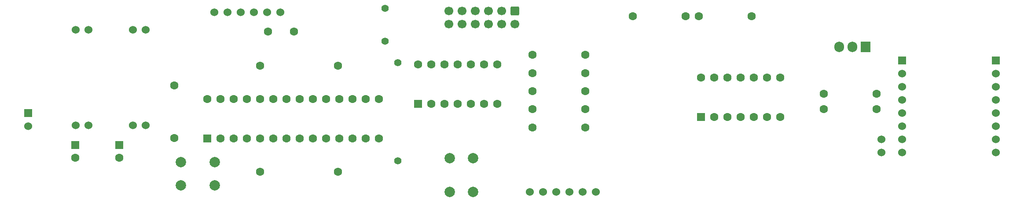
<source format=gbr>
%TF.GenerationSoftware,KiCad,Pcbnew,9.0.7*%
%TF.CreationDate,2026-01-05T23:13:08+01:00*%
%TF.ProjectId,hardware-Schematic,68617264-7761-4726-952d-536368656d61,rev?*%
%TF.SameCoordinates,Original*%
%TF.FileFunction,Soldermask,Bot*%
%TF.FilePolarity,Negative*%
%FSLAX46Y46*%
G04 Gerber Fmt 4.6, Leading zero omitted, Abs format (unit mm)*
G04 Created by KiCad (PCBNEW 9.0.7) date 2026-01-05 23:13:08*
%MOMM*%
%LPD*%
G01*
G04 APERTURE LIST*
G04 Aperture macros list*
%AMRoundRect*
0 Rectangle with rounded corners*
0 $1 Rounding radius*
0 $2 $3 $4 $5 $6 $7 $8 $9 X,Y pos of 4 corners*
0 Add a 4 corners polygon primitive as box body*
4,1,4,$2,$3,$4,$5,$6,$7,$8,$9,$2,$3,0*
0 Add four circle primitives for the rounded corners*
1,1,$1+$1,$2,$3*
1,1,$1+$1,$4,$5*
1,1,$1+$1,$6,$7*
1,1,$1+$1,$8,$9*
0 Add four rect primitives between the rounded corners*
20,1,$1+$1,$2,$3,$4,$5,0*
20,1,$1+$1,$4,$5,$6,$7,0*
20,1,$1+$1,$6,$7,$8,$9,0*
20,1,$1+$1,$8,$9,$2,$3,0*%
G04 Aperture macros list end*
%ADD10C,1.600000*%
%ADD11C,2.000000*%
%ADD12R,1.905000X2.000000*%
%ADD13O,1.905000X2.000000*%
%ADD14C,1.524000*%
%ADD15RoundRect,0.250000X0.550000X-0.550000X0.550000X0.550000X-0.550000X0.550000X-0.550000X-0.550000X0*%
%ADD16R,1.524000X1.524000*%
%ADD17C,1.400000*%
%ADD18RoundRect,0.250000X-0.550000X0.550000X-0.550000X-0.550000X0.550000X-0.550000X0.550000X0.550000X0*%
%ADD19RoundRect,0.250000X-0.600000X0.600000X-0.600000X-0.600000X0.600000X-0.600000X0.600000X0.600000X0*%
%ADD20C,1.700000*%
G04 APERTURE END LIST*
D10*
%TO.C,R7*%
X163560000Y-101500000D03*
X153400000Y-101500000D03*
%TD*%
%TO.C,R8*%
X163580000Y-98000000D03*
X153420000Y-98000000D03*
%TD*%
D11*
%TO.C,SW3*%
X137500000Y-117500000D03*
X137500000Y-111000000D03*
X142000000Y-117500000D03*
X142000000Y-111000000D03*
%TD*%
D12*
%TO.C,Q1*%
X217500000Y-89500000D03*
D13*
X214960000Y-89500000D03*
X212420000Y-89500000D03*
%TD*%
D14*
%TO.C,U2*%
X92150000Y-82770000D03*
X94690000Y-82770000D03*
X97230000Y-82770000D03*
X99770000Y-82770000D03*
X102310000Y-82770000D03*
X104850000Y-82770000D03*
%TD*%
D15*
%TO.C,U3*%
X131380000Y-100500000D03*
D10*
X133920000Y-100500000D03*
X136460000Y-100500000D03*
X139000000Y-100500000D03*
X141540000Y-100500000D03*
X144080000Y-100500000D03*
X146620000Y-100500000D03*
X146620000Y-92880000D03*
X144080000Y-92880000D03*
X141540000Y-92880000D03*
X139000000Y-92880000D03*
X136460000Y-92880000D03*
X133920000Y-92880000D03*
X131380000Y-92880000D03*
%TD*%
%TO.C,J4*%
X195580000Y-83500000D03*
X185420000Y-83500000D03*
%TD*%
%TO.C,C1*%
X116000000Y-113620000D03*
X101000000Y-113620000D03*
%TD*%
D15*
%TO.C,U1*%
X90800000Y-107120000D03*
D10*
X93340000Y-107120000D03*
X95880000Y-107120000D03*
X98420000Y-107120000D03*
X100960000Y-107120000D03*
X103500000Y-107120000D03*
X106040000Y-107120000D03*
X108580000Y-107120000D03*
X111120000Y-107120000D03*
X113660000Y-107120000D03*
X116200000Y-107120000D03*
X118740000Y-107120000D03*
X121280000Y-107120000D03*
X123820000Y-107120000D03*
X123820000Y-99500000D03*
X121280000Y-99500000D03*
X118740000Y-99500000D03*
X116200000Y-99500000D03*
X113660000Y-99500000D03*
X111120000Y-99500000D03*
X108580000Y-99500000D03*
X106040000Y-99500000D03*
X103500000Y-99500000D03*
X100960000Y-99500000D03*
X98420000Y-99500000D03*
X95880000Y-99500000D03*
X93340000Y-99500000D03*
X90800000Y-99500000D03*
%TD*%
D15*
%TO.C,U15*%
X185800000Y-103000000D03*
D10*
X188340000Y-103000000D03*
X190880000Y-103000000D03*
X193420000Y-103000000D03*
X195960000Y-103000000D03*
X198500000Y-103000000D03*
X201040000Y-103000000D03*
X201040000Y-95380000D03*
X198500000Y-95380000D03*
X195960000Y-95380000D03*
X193420000Y-95380000D03*
X190880000Y-95380000D03*
X188340000Y-95380000D03*
X185800000Y-95380000D03*
%TD*%
%TO.C,R9*%
X163560000Y-94500000D03*
X153400000Y-94500000D03*
%TD*%
%TO.C,R11*%
X172670000Y-83500000D03*
X182830000Y-83500000D03*
%TD*%
%TO.C,R13*%
X209420000Y-98500000D03*
X219580000Y-98500000D03*
%TD*%
%TO.C,R6*%
X163560000Y-105000000D03*
X153400000Y-105000000D03*
%TD*%
D16*
%TO.C,J1*%
X56400000Y-102250000D03*
D14*
X56400000Y-104790000D03*
%TD*%
D17*
%TO.C,J5*%
X127500000Y-92500000D03*
%TD*%
D18*
%TO.C,C6*%
X73900000Y-108400000D03*
D10*
X73900000Y-110900000D03*
%TD*%
D14*
%TO.C,J3*%
X220550000Y-109890000D03*
X220550000Y-107350000D03*
%TD*%
%TO.C,U14*%
X152880000Y-117500000D03*
X155420000Y-117500000D03*
X157960000Y-117500000D03*
X160500000Y-117500000D03*
X163040000Y-117500000D03*
X165580000Y-117500000D03*
%TD*%
D10*
%TO.C,C2*%
X116000000Y-93120000D03*
X101000000Y-93120000D03*
%TD*%
D17*
%TO.C,J8*%
X125000000Y-88400000D03*
%TD*%
D10*
%TO.C,R12*%
X209420000Y-101500000D03*
X219580000Y-101500000D03*
%TD*%
D17*
%TO.C,J6*%
X127500000Y-111500000D03*
%TD*%
D10*
%TO.C,C3*%
X102500000Y-86500000D03*
X107500000Y-86500000D03*
%TD*%
D11*
%TO.C,SW2*%
X85750000Y-111750000D03*
X92250000Y-111750000D03*
X85750000Y-116250000D03*
X92250000Y-116250000D03*
%TD*%
D18*
%TO.C,C7*%
X65400000Y-108400000D03*
D10*
X65400000Y-110900000D03*
%TD*%
D17*
%TO.C,J7*%
X125000000Y-82000000D03*
%TD*%
D10*
%TO.C,R1*%
X84500000Y-107080000D03*
X84500000Y-96920000D03*
%TD*%
%TO.C,R10*%
X163560000Y-91000000D03*
X153400000Y-91000000D03*
%TD*%
D19*
%TO.C,J2*%
X150000000Y-82500000D03*
D20*
X150000000Y-85040000D03*
X147460000Y-82500000D03*
X147460000Y-85040000D03*
X144920000Y-82500000D03*
X144920000Y-85040000D03*
X142380000Y-82500000D03*
X142380000Y-85040000D03*
X139840000Y-82500000D03*
X139840000Y-85040000D03*
X137300000Y-82500000D03*
X137300000Y-85040000D03*
%TD*%
D14*
%TO.C,U17*%
X65500000Y-104650000D03*
X68000000Y-104650000D03*
X76500000Y-104650000D03*
X79000000Y-104650000D03*
X79000000Y-86150000D03*
X76500000Y-86150000D03*
X68000000Y-86150000D03*
X65500000Y-86150000D03*
%TD*%
D16*
%TO.C,U16*%
X224495000Y-92110000D03*
D14*
X224495000Y-94650000D03*
X224495000Y-97190000D03*
X224495000Y-99730000D03*
X224495000Y-102270000D03*
X224495000Y-104810000D03*
X224495000Y-107350000D03*
X224495000Y-109890000D03*
X242505000Y-109890000D03*
X242505000Y-107350000D03*
X242505000Y-104810000D03*
X242505000Y-102270000D03*
X242505000Y-99730000D03*
X242505000Y-97190000D03*
X242505000Y-94650000D03*
D16*
X242505000Y-92110000D03*
%TD*%
M02*

</source>
